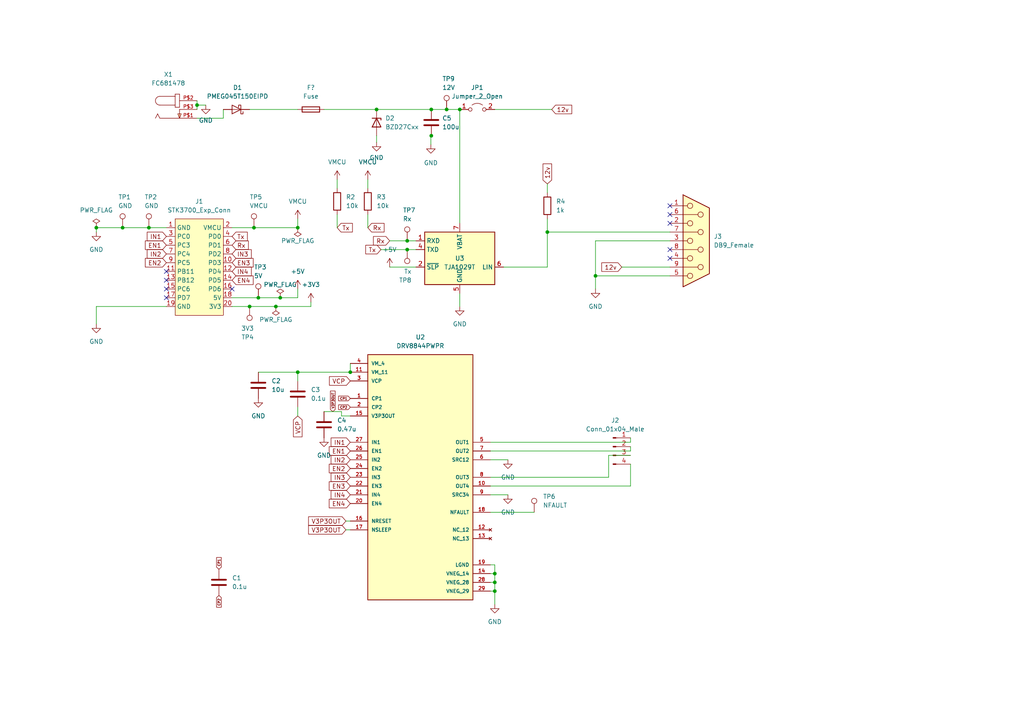
<source format=kicad_sch>
(kicad_sch (version 20211123) (generator eeschema)
  (paper "A4")
  (lib_symbols
    (symbol "Connector:Conn_01x04_Male" (pin_names (offset 1.016) hide)
      (property "Reference" "J" (at 0 5.08 0))
      (property "Value" "Conn_01x04_Male" (at 0 -7.62 0))
      (symbol "Conn_01x04_Male_1_1"
        (polyline (pts (xy 1.27 -5.08) (xy 0.8636 -5.08)) (stroke (width 0.1524)))
        (polyline (pts (xy 1.27 -2.54) (xy 0.8636 -2.54)) (stroke (width 0.1524)))
        (polyline (pts (xy 1.27 0) (xy 0.8636 0)) (stroke (width 0.1524)))
        (polyline (pts (xy 1.27 2.54) (xy 0.8636 2.54)) (stroke (width 0.1524)))
        (rectangle (start 0.8636 -4.953) (end 0 -5.207) (stroke (width 0.1524)) (fill (type outline)))
        (rectangle (start 0.8636 -2.413) (end 0 -2.667) (stroke (width 0.1524)) (fill (type outline)))
        (rectangle (start 0.8636 0.127) (end 0 -0.127) (stroke (width 0.1524)) (fill (type outline)))
        (rectangle (start 0.8636 2.667) (end 0 2.413) (stroke (width 0.1524)) (fill (type outline)))
        (pin passive line (at 5.08 2.54 180) (length 3.81) (name "Pin_1") (number "1"))
        (pin passive line (at 5.08 0 180) (length 3.81) (name "Pin_2") (number "2"))
        (pin passive line (at 5.08 -2.54 180) (length 3.81) (name "Pin_3") (number "3"))
        (pin passive line (at 5.08 -5.08 180) (length 3.81) (name "Pin_4") (number "4"))
      )
    )
    (symbol "Connector:DB9_Female" (pin_names (offset 1.016) hide)
      (property "Reference" "J" (at 0 13.97 0))
      (property "Value" "DB9_Female" (at 0 -14.605 0))
      (symbol "DB9_Female_0_1"
        (circle (center -1.778 -10.16) (radius 0.762))
        (circle (center -1.778 -5.08) (radius 0.762))
        (circle (center -1.778 0) (radius 0.762))
        (circle (center -1.778 5.08) (radius 0.762))
        (circle (center -1.778 10.16) (radius 0.762))
        (polyline (pts (xy -3.81 -10.16) (xy -2.54 -10.16)))
        (polyline (pts (xy -3.81 -7.62) (xy 0.508 -7.62)))
        (polyline (pts (xy -3.81 -5.08) (xy -2.54 -5.08)))
        (polyline (pts (xy -3.81 -2.54) (xy 0.508 -2.54)))
        (polyline (pts (xy -3.81 0) (xy -2.54 0)))
        (polyline (pts (xy -3.81 2.54) (xy 0.508 2.54)))
        (polyline (pts (xy -3.81 5.08) (xy -2.54 5.08)))
        (polyline (pts (xy -3.81 7.62) (xy 0.508 7.62)))
        (polyline (pts (xy -3.81 10.16) (xy -2.54 10.16)))
        (polyline (pts (xy -3.81 13.335) (xy -3.81 -13.335) (xy 3.81 -9.525) (xy 3.81 9.525) (xy -3.81 13.335)) (stroke (width 0.254)) (fill (type background)))
        (circle (center 1.27 -7.62) (radius 0.762))
        (circle (center 1.27 -2.54) (radius 0.762))
        (circle (center 1.27 2.54) (radius 0.762))
        (circle (center 1.27 7.62) (radius 0.762))
      )
      (symbol "DB9_Female_1_1"
        (pin passive line (at -7.62 10.16 0) (length 3.81) (name "1") (number "1"))
        (pin passive line (at -7.62 5.08 0) (length 3.81) (name "2") (number "2"))
        (pin passive line (at -7.62 0 0) (length 3.81) (name "3") (number "3"))
        (pin passive line (at -7.62 -5.08 0) (length 3.81) (name "4") (number "4"))
        (pin passive line (at -7.62 -10.16 0) (length 3.81) (name "5") (number "5"))
        (pin passive line (at -7.62 7.62 0) (length 3.81) (name "6") (number "6"))
        (pin passive line (at -7.62 2.54 0) (length 3.81) (name "7") (number "7"))
        (pin passive line (at -7.62 -2.54 0) (length 3.81) (name "8") (number "8"))
        (pin passive line (at -7.62 -7.62 0) (length 3.81) (name "9") (number "9"))
      )
    )
    (symbol "Connector:TestPoint" (pin_numbers hide) (pin_names (offset 0.762) hide)
      (property "Reference" "TP" (at 0 6.858 0))
      (property "Value" "TestPoint" (at 0 5.08 0))
      (symbol "TestPoint_0_1"
        (circle (center 0 3.302) (radius 0.762))
      )
      (symbol "TestPoint_1_1"
        (pin passive line (at 0 0 90) (length 2.54) (name "1") (number "1"))
      )
    )
    (symbol "DRV8844PWPR:DRV8844PWPR" (pin_names (offset 1.016))
      (property "Reference" "U" (at -15.24 35.56 0))
      (property "Value" "DRV8844PWPR" (at -15.24 -40.64 0))
      (symbol "DRV8844PWPR_0_0"
        (rectangle (start -15.24 -35.56) (end 15.24 35.56) (stroke (width 0.254)) (fill (type background)))
        (pin power_in line (at -20.32 22.86 0) (length 5.08) (name "CP1") (number "1"))
        (pin output line (at 20.32 -2.54 180) (length 5.08) (name "OUT4") (number "10"))
        (pin power_in line (at -20.32 30.48 0) (length 5.08) (name "VM_11") (number "11"))
        (pin no_connect line (at 20.32 -15.24 180) (length 5.08) (name "NC_12") (number "12"))
        (pin no_connect line (at 20.32 -17.78 180) (length 5.08) (name "NC_13") (number "13"))
        (pin power_in line (at 20.32 -27.94 180) (length 5.08) (name "VNEG_14") (number "14"))
        (pin power_in line (at -20.32 17.78 0) (length 5.08) (name "V3P3OUT") (number "15"))
        (pin input line (at -20.32 -12.7 0) (length 5.08) (name "NRESET") (number "16"))
        (pin input line (at -20.32 -15.24 0) (length 5.08) (name "NSLEEP") (number "17"))
        (pin output line (at 20.32 -10.16 180) (length 5.08) (name "NFAULT") (number "18"))
        (pin power_in line (at 20.32 -25.4 180) (length 5.08) (name "LGND") (number "19"))
        (pin power_in line (at -20.32 20.32 0) (length 5.08) (name "CP2") (number "2"))
        (pin input line (at -20.32 -7.62 0) (length 5.08) (name "EN4") (number "20"))
        (pin input line (at -20.32 -5.08 0) (length 5.08) (name "IN4") (number "21"))
        (pin input line (at -20.32 -2.54 0) (length 5.08) (name "EN3") (number "22"))
        (pin bidirectional line (at -20.32 0 0) (length 5.08) (name "IN3") (number "23"))
        (pin input line (at -20.32 2.54 0) (length 5.08) (name "EN2") (number "24"))
        (pin input line (at -20.32 5.08 0) (length 5.08) (name "IN2") (number "25"))
        (pin input line (at -20.32 7.62 0) (length 5.08) (name "EN1") (number "26"))
        (pin input line (at -20.32 10.16 0) (length 5.08) (name "IN1") (number "27"))
        (pin power_in line (at 20.32 -30.48 180) (length 5.08) (name "VNEG_28") (number "28"))
        (pin power_in line (at 20.32 -33.02 180) (length 5.08) (name "VNEG_29") (number "29"))
        (pin power_in line (at -20.32 27.94 0) (length 5.08) (name "VCP") (number "3"))
        (pin power_in line (at -20.32 33.02 0) (length 5.08) (name "VM_4") (number "4"))
        (pin output line (at 20.32 10.16 180) (length 5.08) (name "OUT1") (number "5"))
        (pin power_in line (at 20.32 5.08 180) (length 5.08) (name "SRC12") (number "6"))
        (pin output line (at 20.32 7.62 180) (length 5.08) (name "OUT2") (number "7"))
        (pin output line (at 20.32 0 180) (length 5.08) (name "OUT3") (number "8"))
        (pin power_in line (at 20.32 -5.08 180) (length 5.08) (name "SRC34") (number "9"))
      )
    )
    (symbol "Device:C" (pin_numbers hide) (pin_names (offset 0.254))
      (property "Reference" "C" (at 0.635 2.54 0))
      (property "Value" "C" (at 0.635 -2.54 0))
      (symbol "C_0_1"
        (polyline (pts (xy -2.032 -0.762) (xy 2.032 -0.762)) (stroke (width 0.508)))
        (polyline (pts (xy -2.032 0.762) (xy 2.032 0.762)) (stroke (width 0.508)))
      )
      (symbol "C_1_1"
        (pin passive line (at 0 3.81 270) (length 2.794) (name "~") (number "1"))
        (pin passive line (at 0 -3.81 90) (length 2.794) (name "~") (number "2"))
      )
    )
    (symbol "Device:Fuse" (pin_numbers hide) (pin_names (offset 0))
      (property "Reference" "F" (at 2.032 0 90))
      (property "Value" "Fuse" (at -1.905 0 90))
      (symbol "Fuse_0_1"
        (rectangle (start -0.762 -2.54) (end 0.762 2.54) (stroke (width 0.254)))
        (polyline (pts (xy 0 2.54) (xy 0 -2.54)))
      )
      (symbol "Fuse_1_1"
        (pin passive line (at 0 3.81 270) (length 1.27) (name "~") (number "1"))
        (pin passive line (at 0 -3.81 90) (length 1.27) (name "~") (number "2"))
      )
    )
    (symbol "Device:R" (pin_numbers hide) (pin_names (offset 0))
      (property "Reference" "R" (at 2.032 0 90))
      (property "Value" "R" (at 0 0 90))
      (symbol "R_0_1"
        (rectangle (start -1.016 -2.54) (end 1.016 2.54) (stroke (width 0.254)))
      )
      (symbol "R_1_1"
        (pin passive line (at 0 3.81 270) (length 1.27) (name "~") (number "1"))
        (pin passive line (at 0 -3.81 90) (length 1.27) (name "~") (number "2"))
      )
    )
    (symbol "Diode:BZD27Cxx" (pin_numbers hide) (pin_names hide)
      (property "Reference" "D" (at 0 2.54 0))
      (property "Value" "BZD27Cxx" (at 0 -2.54 0))
      (symbol "BZD27Cxx_0_1"
        (polyline (pts (xy 1.27 0) (xy -1.27 0)))
        (polyline (pts (xy -1.27 -1.27) (xy -1.27 1.27) (xy -0.762 1.27)) (stroke (width 0.254)))
        (polyline (pts (xy 1.27 -1.27) (xy 1.27 1.27) (xy -1.27 0) (xy 1.27 -1.27)) (stroke (width 0.254)))
      )
      (symbol "BZD27Cxx_1_1"
        (pin passive line (at -3.81 0 0) (length 2.54) (name "K") (number "1"))
        (pin passive line (at 3.81 0 180) (length 2.54) (name "A") (number "2"))
      )
    )
    (symbol "Diode:PMEG045T150EIPD" (pin_numbers hide) (pin_names hide)
      (property "Reference" "D" (at 0 2.54 0))
      (property "Value" "PMEG045T150EIPD" (at 0 -2.54 0))
      (symbol "PMEG045T150EIPD_0_1"
        (polyline (pts (xy 1.27 0) (xy -1.27 0)))
        (polyline (pts (xy 1.27 1.27) (xy 1.27 -1.27) (xy -1.27 0) (xy 1.27 1.27)) (stroke (width 0.2032)))
        (polyline (pts (xy -1.905 0.635) (xy -1.905 1.27) (xy -1.27 1.27) (xy -1.27 -1.27) (xy -0.635 -1.27) (xy -0.635 -0.635)) (stroke (width 0.2032)))
      )
      (symbol "PMEG045T150EIPD_1_1"
        (pin passive line (at 3.81 0 180) (length 2.54) (name "A") (number "1"))
        (pin passive line (at 3.81 0 180) (length 2.54) hide (name "A") (number "2"))
        (pin passive line (at -3.81 0 0) (length 2.54) (name "K") (number "3"))
      )
    )
    (symbol "FC681478:FC681478" (pin_names (offset 1.016) hide)
      (property "Reference" "X" (at -7.62 5.08 0))
      (property "Value" "FC681478" (at -7.62 -5.08 0))
      (symbol "FC681478_0_0"
        (arc (start -5.715 3.81) (mid -6.985 2.54) (end -5.715 1.27) (stroke (width 0.1524)))
        (polyline (pts (xy -6.35 -1.27) (xy -6.985 -2.54)) (stroke (width 0.1524)))
        (polyline (pts (xy -5.715 -2.54) (xy -6.35 -1.27)) (stroke (width 0.1524)))
        (polyline (pts (xy -5.715 3.81) (xy -1.27 3.81)) (stroke (width 0.1524)))
        (polyline (pts (xy -1.27 0.635) (xy 0 0.635)) (stroke (width 0.1524)))
        (polyline (pts (xy -1.27 1.27) (xy -5.715 1.27)) (stroke (width 0.1524)))
        (polyline (pts (xy -1.27 1.27) (xy -1.27 0.635)) (stroke (width 0.1524)))
        (polyline (pts (xy -1.27 3.81) (xy -1.27 1.27)) (stroke (width 0.1524)))
        (polyline (pts (xy -1.27 4.445) (xy -1.27 3.81)) (stroke (width 0.1524)))
        (polyline (pts (xy 0 -2.54) (xy -5.715 -2.54)) (stroke (width 0.1524)))
        (polyline (pts (xy 0 0) (xy 0 -2.54)) (stroke (width 0.1524)))
        (polyline (pts (xy 0 0.635) (xy 0 4.445)) (stroke (width 0.1524)))
        (polyline (pts (xy 0 4.445) (xy -1.27 4.445)) (stroke (width 0.1524)))
        (polyline (pts (xy 0 -2.54) (xy -0.508 -1.27) (xy 0.508 -1.27) (xy 0 -2.54)) (stroke (width 0.1524)) (fill (type background)))
        (pin passive line (at 5.08 -2.54 180) (length 5.08) (name "~") (number "P$1"))
        (pin passive line (at 5.08 2.54 180) (length 5.08) (name "~") (number "P$2"))
        (pin passive line (at 5.08 0 180) (length 5.08) (name "~") (number "P$3"))
      )
    )
    (symbol "Interface_CAN_LIN:TJA1029T"
      (property "Reference" "U" (at -10.16 8.89 0))
      (property "Value" "TJA1029T" (at 1.27 8.89 0))
      (symbol "TJA1029T_0_1"
        (rectangle (start -10.16 7.62) (end 10.16 -7.62) (stroke (width 0.254)) (fill (type background)))
      )
      (symbol "TJA1029T_1_1"
        (pin open_collector line (at -12.7 5.08 0) (length 2.54) (name "RXD") (number "1"))
        (pin input line (at -12.7 -2.54 0) (length 2.54) (name "~{SLP}") (number "2"))
        (pin no_connect line (at -10.16 -5.08 0) (length 2.54) hide (name "NC") (number "3"))
        (pin input line (at -12.7 2.54 0) (length 2.54) (name "TXD") (number "4"))
        (pin power_in line (at 0 -10.16 90) (length 2.54) (name "GND") (number "5"))
        (pin bidirectional line (at 12.7 -2.54 180) (length 2.54) (name "LIN") (number "6"))
        (pin power_in line (at 0 10.16 270) (length 2.54) (name "VBAT") (number "7"))
        (pin no_connect line (at 10.16 2.54 180) (length 2.54) hide (name "NC") (number "8"))
      )
    )
    (symbol "Jumper:Jumper_2_Open" (pin_names (offset 0) hide)
      (property "Reference" "JP" (at 0 2.794 0))
      (property "Value" "Jumper_2_Open" (at 0 -2.286 0))
      (symbol "Jumper_2_Open_0_0"
        (circle (center -2.032 0) (radius 0.508))
        (circle (center 2.032 0) (radius 0.508))
      )
      (symbol "Jumper_2_Open_0_1"
        (arc (start 1.524 1.27) (mid 0 1.778) (end -1.524 1.27))
      )
      (symbol "Jumper_2_Open_1_1"
        (pin passive line (at -5.08 0 0) (length 2.54) (name "A") (number "1"))
        (pin passive line (at 5.08 0 180) (length 2.54) (name "B") (number "2"))
      )
    )
    (symbol "STK3700_Expansion_board:STK3700_Exp_Conn"
      (property "Reference" "J" (at -6.35 13.97 0))
      (property "Value" "STK3700_Exp_Conn" (at 0 -16.51 0))
      (symbol "STK3700_Exp_Conn_0_1"
        (rectangle (start -6.35 12.7) (end 7.62 -15.24) (fill (type background)))
      )
      (symbol "STK3700_Exp_Conn_1_1"
        (pin passive line (at -8.89 10.16 0) (length 2.54) (name "GND") (number "1"))
        (pin passive line (at 10.16 0 180) (length 2.54) (name "PD3") (number "10"))
        (pin passive line (at -8.89 -2.54 0) (length 2.54) (name "PB11") (number "11"))
        (pin passive line (at 10.16 -2.54 180) (length 2.54) (name "PD4") (number "12"))
        (pin passive line (at -8.89 -5.08 0) (length 2.54) (name "PB12") (number "13"))
        (pin passive line (at 10.16 -5.08 180) (length 2.54) (name "PD5") (number "14"))
        (pin passive line (at -8.89 -7.62 0) (length 2.54) (name "PC6") (number "15"))
        (pin passive line (at 10.16 -7.62 180) (length 2.54) (name "PD6") (number "16"))
        (pin passive line (at -8.89 -10.16 0) (length 2.54) (name "PD7") (number "17"))
        (pin passive line (at 10.16 -10.16 180) (length 2.54) (name "5V") (number "18"))
        (pin passive line (at -8.89 -12.7 0) (length 2.54) (name "GND") (number "19"))
        (pin passive line (at 10.16 10.16 180) (length 2.54) (name "VMCU") (number "2"))
        (pin passive line (at 10.16 -12.7 180) (length 2.54) (name "3V3") (number "20"))
        (pin passive line (at -8.89 7.62 0) (length 2.54) (name "PC0") (number "3"))
        (pin passive line (at 10.16 7.62 180) (length 2.54) (name "PD0") (number "4"))
        (pin passive line (at -8.89 5.08 0) (length 2.54) (name "PC3") (number "5"))
        (pin passive line (at 10.16 5.08 180) (length 2.54) (name "PD1") (number "6"))
        (pin passive line (at -8.89 2.54 0) (length 2.54) (name "PC4") (number "7"))
        (pin passive line (at 10.16 2.54 180) (length 2.54) (name "PD2") (number "8"))
        (pin passive line (at -8.89 0 0) (length 2.54) (name "PC5") (number "9"))
      )
    )
    (symbol "STK3700_Expansion_board:VMCU" (power) (pin_names (offset 0))
      (property "Value" "VMCU" (at 0 3.556 0))
      (symbol "VMCU_0_1"
        (polyline (pts (xy -0.762 1.27) (xy 0 2.54)))
        (polyline (pts (xy 0 0) (xy 0 2.54)))
        (polyline (pts (xy 0 2.54) (xy 0.762 1.27)))
      )
      (symbol "VMCU_1_1"
        (pin power_in line (at 0 0 90) (length 0) hide (name "VMCU") (number "1"))
      )
    )
    (symbol "power:+3V3" (power) (pin_names (offset 0))
      (property "Value" "+3V3" (at 0 3.556 0))
      (symbol "+3V3_0_1"
        (polyline (pts (xy -0.762 1.27) (xy 0 2.54)))
        (polyline (pts (xy 0 0) (xy 0 2.54)))
        (polyline (pts (xy 0 2.54) (xy 0.762 1.27)))
      )
      (symbol "+3V3_1_1"
        (pin power_in line (at 0 0 90) (length 0) hide (name "+3V3") (number "1"))
      )
    )
    (symbol "power:+5V" (power) (pin_names (offset 0))
      (property "Value" "+5V" (at 0 3.556 0))
      (symbol "+5V_0_1"
        (polyline (pts (xy -0.762 1.27) (xy 0 2.54)))
        (polyline (pts (xy 0 0) (xy 0 2.54)))
        (polyline (pts (xy 0 2.54) (xy 0.762 1.27)))
      )
      (symbol "+5V_1_1"
        (pin power_in line (at 0 0 90) (length 0) hide (name "+5V") (number "1"))
      )
    )
    (symbol "power:GND" (power) (pin_names (offset 0))
      (property "Value" "GND" (at 0 -3.81 0))
      (symbol "GND_0_1"
        (polyline (pts (xy 0 0) (xy 0 -1.27) (xy 1.27 -1.27) (xy 0 -2.54) (xy -1.27 -1.27) (xy 0 -1.27)))
      )
      (symbol "GND_1_1"
        (pin power_in line (at 0 0 270) (length 0) hide (name "GND") (number "1"))
      )
    )
    (symbol "power:PWR_FLAG" (power) (pin_numbers hide) (pin_names (offset 0) hide)
      (property "Value" "PWR_FLAG" (at 0 3.81 0))
      (symbol "PWR_FLAG_0_0"
        (pin power_out line (at 0 0 90) (length 0) (name "pwr") (number "1"))
      )
      (symbol "PWR_FLAG_0_1"
        (polyline (pts (xy 0 0) (xy 0 1.27) (xy -1.016 1.905) (xy 0 2.54) (xy 1.016 1.905) (xy 0 1.27)))
      )
    )
  )
  (junction (at 158.75 67.31))
  (junction (at 129.54 31.75))
  (junction (at 143.51 171.45))
  (junction (at 35.56 66.04))
  (junction (at 101.6 107.95))
  (junction (at 57.15 30.48))
  (junction (at 43.18 66.04))
  (junction (at 118.11 72.39))
  (junction (at 73.66 66.04))
  (junction (at 81.28 86.36))
  (junction (at 80.01 88.9))
  (junction (at 125.095 39.37))
  (junction (at 172.72 80.01))
  (junction (at 27.94 66.04))
  (junction (at 72.39 88.9))
  (junction (at 133.35 31.75))
  (junction (at 86.36 107.95))
  (junction (at 125.095 31.75))
  (junction (at 74.93 86.36))
  (junction (at 143.51 168.91))
  (junction (at 86.36 66.04))
  (junction (at 118.11 69.85))
  (junction (at 143.51 166.37))
  (junction (at 109.22 31.75))
  (no_connect (at 48.26 86.36))
  (no_connect (at 48.26 81.28))
  (no_connect (at 48.26 83.82))
  (no_connect (at 48.26 78.74))
  (no_connect (at 194.31 72.39))
  (no_connect (at 194.31 62.23))
  (no_connect (at 194.31 64.77))
  (no_connect (at 194.31 59.69))
  (no_connect (at 194.31 74.93))
  (no_connect (at 67.31 83.82))
  (wire (pts (xy 93.98 119.38) (xy 99.06 119.38)))
  (wire (pts (xy 86.36 86.36) (xy 86.36 83.82)))
  (wire (pts (xy 143.51 168.91) (xy 143.51 171.45)))
  (wire (pts (xy 86.36 118.11) (xy 86.36 120.65)))
  (wire (pts (xy 57.15 34.29) (xy 64.77 34.29)))
  (wire (pts (xy 86.36 66.04) (xy 86.36 63.5)))
  (wire (pts (xy 133.35 85.09) (xy 133.35 88.9)))
  (wire (pts (xy 158.75 63.5) (xy 158.75 67.31)))
  (wire (pts (xy 74.93 107.95) (xy 86.36 107.95)))
  (wire (pts (xy 142.24 166.37) (xy 143.51 166.37)))
  (wire (pts (xy 142.24 163.83) (xy 143.51 163.83)))
  (wire (pts (xy 97.79 62.23) (xy 97.79 66.04)))
  (wire (pts (xy 80.01 88.9) (xy 90.17 88.9)))
  (wire (pts (xy 57.15 30.48) (xy 57.15 31.75)))
  (wire (pts (xy 147.32 143.51) (xy 142.24 143.51)))
  (wire (pts (xy 182.88 140.97) (xy 182.88 134.62)))
  (wire (pts (xy 146.05 77.47) (xy 158.75 77.47)))
  (wire (pts (xy 109.22 39.37) (xy 109.22 41.275)))
  (wire (pts (xy 72.39 88.9) (xy 80.01 88.9)))
  (wire (pts (xy 57.15 30.48) (xy 59.69 30.48)))
  (wire (pts (xy 172.72 69.85) (xy 172.72 80.01)))
  (wire (pts (xy 158.75 53.34) (xy 158.75 55.88)))
  (wire (pts (xy 43.18 66.04) (xy 48.26 66.04)))
  (wire (pts (xy 101.6 105.41) (xy 101.6 107.95)))
  (wire (pts (xy 113.03 77.47) (xy 120.65 77.47)))
  (wire (pts (xy 158.75 77.47) (xy 158.75 67.31)))
  (wire (pts (xy 35.56 66.04) (xy 43.18 66.04)))
  (wire (pts (xy 194.31 77.47) (xy 180.34 77.47)))
  (wire (pts (xy 72.39 31.75) (xy 86.36 31.75)))
  (wire (pts (xy 97.79 52.07) (xy 97.79 54.61)))
  (wire (pts (xy 27.94 66.04) (xy 35.56 66.04)))
  (wire (pts (xy 158.75 67.31) (xy 194.31 67.31)))
  (wire (pts (xy 90.17 88.9) (xy 90.17 87.63)))
  (wire (pts (xy 27.94 66.04) (xy 27.94 67.31)))
  (wire (pts (xy 73.66 66.04) (xy 86.36 66.04)))
  (wire (pts (xy 106.68 62.23) (xy 106.68 66.04)))
  (wire (pts (xy 106.68 52.07) (xy 106.68 54.61)))
  (wire (pts (xy 64.77 34.29) (xy 64.77 31.75)))
  (wire (pts (xy 182.88 130.81) (xy 182.88 129.54)))
  (wire (pts (xy 143.51 163.83) (xy 143.51 166.37)))
  (wire (pts (xy 142.24 148.59) (xy 154.94 148.59)))
  (wire (pts (xy 172.72 80.01) (xy 172.72 83.82)))
  (wire (pts (xy 142.24 138.43) (xy 176.53 138.43)))
  (wire (pts (xy 27.94 93.98) (xy 27.94 88.9)))
  (wire (pts (xy 129.54 31.75) (xy 133.35 31.75)))
  (wire (pts (xy 125.222 39.37) (xy 125.095 39.37)))
  (wire (pts (xy 133.35 31.75) (xy 133.35 64.77)))
  (wire (pts (xy 67.31 88.9) (xy 72.39 88.9)))
  (wire (pts (xy 57.15 29.21) (xy 57.15 30.48)))
  (wire (pts (xy 176.53 138.43) (xy 176.53 132.08)))
  (wire (pts (xy 143.51 166.37) (xy 143.51 168.91)))
  (wire (pts (xy 142.24 140.97) (xy 182.88 140.97)))
  (wire (pts (xy 142.24 168.91) (xy 143.51 168.91)))
  (wire (pts (xy 110.49 72.39) (xy 118.11 72.39)))
  (wire (pts (xy 27.94 88.9) (xy 48.26 88.9)))
  (wire (pts (xy 67.31 86.36) (xy 74.93 86.36)))
  (wire (pts (xy 143.51 31.75) (xy 160.02 31.75)))
  (wire (pts (xy 142.24 128.27) (xy 182.88 128.27)))
  (wire (pts (xy 125.095 39.37) (xy 124.968 39.37)))
  (wire (pts (xy 124.968 39.37) (xy 124.968 41.91)))
  (wire (pts (xy 142.24 171.45) (xy 143.51 171.45)))
  (wire (pts (xy 67.31 66.04) (xy 73.66 66.04)))
  (wire (pts (xy 93.98 31.75) (xy 109.22 31.75)))
  (wire (pts (xy 101.6 153.67) (xy 100.33 153.67)))
  (wire (pts (xy 86.36 107.95) (xy 101.6 107.95)))
  (wire (pts (xy 118.11 72.39) (xy 120.65 72.39)))
  (wire (pts (xy 118.11 69.85) (xy 120.65 69.85)))
  (wire (pts (xy 143.51 171.45) (xy 143.51 175.26)))
  (wire (pts (xy 142.24 130.81) (xy 182.88 130.81)))
  (wire (pts (xy 99.06 120.65) (xy 101.6 120.65)))
  (wire (pts (xy 101.6 151.13) (xy 100.33 151.13)))
  (wire (pts (xy 81.28 86.36) (xy 86.36 86.36)))
  (wire (pts (xy 182.88 128.27) (xy 182.88 127)))
  (wire (pts (xy 125.095 31.75) (xy 129.54 31.75)))
  (wire (pts (xy 113.03 69.85) (xy 118.11 69.85)))
  (wire (pts (xy 194.31 69.85) (xy 172.72 69.85)))
  (wire (pts (xy 99.06 119.38) (xy 99.06 120.65)))
  (wire (pts (xy 176.53 132.08) (xy 182.88 132.08)))
  (wire (pts (xy 86.36 107.95) (xy 86.36 110.49)))
  (wire (pts (xy 147.32 133.35) (xy 142.24 133.35)))
  (wire (pts (xy 109.22 31.75) (xy 125.095 31.75)))
  (wire (pts (xy 74.93 86.36) (xy 81.28 86.36)))
  (wire (pts (xy 172.72 80.01) (xy 194.31 80.01)))
  (global_label "EN1" (shape input) (at 48.26 71.12 180) (property "Intersheet References" "${INTERSHEET_REFS}" (effects hide)))
  (global_label "EN4" (shape input) (at 67.31 81.28 0) (property "Intersheet References" "${INTERSHEET_REFS}" (effects hide)))
  (global_label "IN4" (shape input) (at 101.6 143.51 180) (property "Intersheet References" "${INTERSHEET_REFS}" (effects hide)))
  (global_label "Tx" (shape input) (at 67.31 68.58 0) (property "Intersheet References" "${INTERSHEET_REFS}" (effects hide)))
  (global_label "12v" (shape input) (at 180.34 77.47 180) (property "Intersheet References" "${INTERSHEET_REFS}" (effects hide)))
  (global_label "CP1" (shape input) (at 101.6 115.57 180) (effects (font (size 0.7 0.7))) (property "Intersheet References" "${INTERSHEET_REFS}" (effects hide)))
  (global_label "EN3" (shape input) (at 67.31 76.2 0) (property "Intersheet References" "${INTERSHEET_REFS}" (effects hide)))
  (global_label "CP2" (shape input) (at 101.6 118.11 180) (effects (font (size 0.7 0.7))) (property "Intersheet References" "${INTERSHEET_REFS}" (effects hide)))
  (global_label "IN2" (shape input) (at 101.6 133.35 180) (property "Intersheet References" "${INTERSHEET_REFS}" (effects hide)))
  (global_label "V3P3OUT" (shape input) (at 100.33 153.67 180) (property "Intersheet References" "${INTERSHEET_REFS}" (effects hide)))
  (global_label "EN2" (shape input) (at 48.26 76.2 180) (property "Intersheet References" "${INTERSHEET_REFS}" (effects hide)))
  (global_label "EN2" (shape input) (at 101.6 135.89 180) (property "Intersheet References" "${INTERSHEET_REFS}" (effects hide)))
  (global_label "IN3" (shape input) (at 101.6 138.43 180) (property "Intersheet References" "${INTERSHEET_REFS}" (effects hide)))
  (global_label "V3P3OUT" (shape input) (at 96.52 119.38 90) (effects (font (size 0.7 0.7))) (property "Intersheet References" "${INTERSHEET_REFS}" (effects hide)))
  (global_label "VCP" (shape input) (at 101.6 110.49 180) (property "Intersheet References" "${INTERSHEET_REFS}" (effects hide)))
  (global_label "CP2" (shape input) (at 63.5 172.72 270) (effects (font (size 0.7 0.7))) (property "Intersheet References" "${INTERSHEET_REFS}" (effects hide)))
  (global_label "IN4" (shape input) (at 67.31 78.74 0) (property "Intersheet References" "${INTERSHEET_REFS}" (effects hide)))
  (global_label "IN2" (shape input) (at 48.26 73.66 180) (property "Intersheet References" "${INTERSHEET_REFS}" (effects hide)))
  (global_label "EN3" (shape input) (at 101.6 140.97 180) (property "Intersheet References" "${INTERSHEET_REFS}" (effects hide)))
  (global_label "IN1" (shape input) (at 48.26 68.58 180) (property "Intersheet References" "${INTERSHEET_REFS}" (effects hide)))
  (global_label "Rx" (shape input) (at 67.31 71.12 0) (property "Intersheet References" "${INTERSHEET_REFS}" (effects hide)))
  (global_label "12v" (shape input) (at 160.02 31.75 0) (property "Intersheet References" "${INTERSHEET_REFS}" (effects hide)))
  (global_label "12v" (shape input) (at 158.75 53.34 90) (property "Intersheet References" "${INTERSHEET_REFS}" (effects hide)))
  (global_label "EN4" (shape input) (at 101.6 146.05 180) (property "Intersheet References" "${INTERSHEET_REFS}" (effects hide)))
  (global_label "IN3" (shape input) (at 67.31 73.66 0) (property "Intersheet References" "${INTERSHEET_REFS}" (effects hide)))
  (global_label "Tx" (shape input) (at 110.49 72.39 180) (property "Intersheet References" "${INTERSHEET_REFS}" (effects hide)))
  (global_label "V3P3OUT" (shape input) (at 100.33 151.13 180) (property "Intersheet References" "${INTERSHEET_REFS}" (effects hide)))
  (global_label "Tx" (shape input) (at 97.79 66.04 0) (property "Intersheet References" "${INTERSHEET_REFS}" (effects hide)))
  (global_label "Rx" (shape input) (at 106.68 66.04 0) (property "Intersheet References" "${INTERSHEET_REFS}" (effects hide)))
  (global_label "VCP" (shape input) (at 86.36 120.65 270) (property "Intersheet References" "${INTERSHEET_REFS}" (effects hide)))
  (global_label "Rx" (shape input) (at 113.03 69.85 180) (property "Intersheet References" "${INTERSHEET_REFS}" (effects hide)))
  (global_label "IN1" (shape input) (at 101.6 128.27 180) (property "Intersheet References" "${INTERSHEET_REFS}" (effects hide)))
  (global_label "EN1" (shape input) (at 101.6 130.81 180) (property "Intersheet References" "${INTERSHEET_REFS}" (effects hide)))
  (global_label "CP1" (shape input) (at 63.5 165.1 90) (effects (font (size 0.7 0.7))) (property "Intersheet References" "${INTERSHEET_REFS}" (effects hide)))
  (symbol (lib_id "FC681478:FC681478") (at 52.07 31.75 0) (unit 1)
    (property "Reference" "X1" (at 48.8315 21.59 0))
    (property "Value" "FC681478" (at 48.8315 24.13 0))
    (property "Footprint" "Connector_BarrelJack:BarrelJack_Horizontal" (effects hide))
  )
  (symbol (lib_id "power:GND") (at 93.98 127 0) (unit 1)
    (property "Reference" "#PWR0115" (effects hide))
    (property "Value" "GND" (at 93.98 132.08 0))
  )
  (symbol (lib_id "Interface_CAN_LIN:TJA1029T") (at 133.35 74.93 0) (unit 1)
    (property "Reference" "U3" (at 133.35 74.93 0))
    (property "Value" "TJA1029T" (at 133.35 77.47 0))
    (property "Footprint" "Package_SO:SOIC-8_3.9x4.9mm_P1.27mm" (effects hide))
    (property "Datasheet" "http://www.nxp.com/documents/data_sheet/TJA1029.pdf" (effects hide))
  )
  (symbol (lib_id "Connector:TestPoint") (at 35.56 66.04 0) (unit 1)
    (property "Reference" "TP1" (at 34.29 57.15 0) (effects (justify left)))
    (property "Value" "GND" (at 34.29 59.69 0) (effects (justify left)))
    (property "Footprint" "TestPoint:TestPoint_THTPad_D2.0mm_Drill1.0mm" (effects hide))
  )
  (symbol (lib_id "power:PWR_FLAG") (at 27.94 66.04 0) (unit 1)
    (property "Reference" "#FLG0102" (effects hide))
    (property "Value" "PWR_FLAG" (at 27.94 60.96 0))
  )
  (symbol (lib_id "STK3700_Expansion_board:VMCU") (at 86.36 63.5 0) (unit 1)
    (property "Reference" "#PWR0109" (effects hide))
    (property "Value" "VMCU" (at 86.36 58.42 0))
  )
  (symbol (lib_id "power:GND") (at 147.32 143.51 0) (unit 1)
    (property "Reference" "#PWR0119" (effects hide))
    (property "Value" "GND" (at 147.32 148.59 0))
  )
  (symbol (lib_id "power:GND") (at 109.22 41.275 0) (unit 1)
    (property "Reference" "#PWR0105" (effects hide))
    (property "Value" "GND" (at 109.22 45.72 0))
  )
  (symbol (lib_id "Device:C") (at 125.095 35.56 0) (unit 1)
    (property "Reference" "C5" (at 128.27 34.2899 0) (effects (justify left)))
    (property "Value" "100u" (at 128.27 36.8299 0) (effects (justify left)))
    (property "Footprint" "Capacitor_SMD:CP_Elec_4x3.9" (effects hide))
  )
  (symbol (lib_id "Device:C") (at 74.93 111.76 0) (unit 1)
    (property "Reference" "C2" (at 78.74 110.4899 0) (effects (justify left)))
    (property "Value" "10u" (at 78.74 113.0299 0) (effects (justify left)))
    (property "Footprint" "Capacitor_SMD:C_0805_2012Metric_Pad1.18x1.45mm_HandSolder" (effects hide))
  )
  (symbol (lib_id "power:GND") (at 27.94 67.31 0) (unit 1)
    (property "Reference" "#PWR0110" (effects hide))
    (property "Value" "GND" (at 27.94 72.39 0))
  )
  (symbol (lib_id "power:GND") (at 74.93 115.57 0) (unit 1)
    (property "Reference" "#PWR0114" (effects hide))
    (property "Value" "GND" (at 74.93 120.65 0))
  )
  (symbol (lib_id "STK3700_Expansion_board:VMCU") (at 106.68 52.07 0) (unit 1)
    (property "Reference" "#PWR0108" (effects hide))
    (property "Value" "VMCU" (at 106.68 46.99 0))
  )
  (symbol (lib_id "Connector:TestPoint") (at 73.66 66.04 0) (unit 1)
    (property "Reference" "TP5" (at 72.39 57.15 0) (effects (justify left)))
    (property "Value" "VMCU" (at 72.39 59.69 0) (effects (justify left)))
    (property "Footprint" "TestPoint:TestPoint_THTPad_D1.5mm_Drill0.7mm" (effects hide))
  )
  (symbol (lib_id "Connector:DB9_Female") (at 201.93 69.85 0) (unit 1)
    (property "Reference" "J3" (at 207.01 68.5799 0) (effects (justify left)))
    (property "Value" "DB9_Female" (at 207.01 71.1199 0) (effects (justify left)))
    (property "Footprint" "Connector_Dsub:DSUB-9_Male_Horizontal_P2.77x2.84mm_EdgePinOffset4.94mm_Housed_MountingHolesOffset7.48mm" (effects hide))
    (property "Datasheet" " ~" (effects hide))
  )
  (symbol (lib_id "power:+3V3") (at 90.17 87.63 0) (unit 1)
    (property "Reference" "#PWR0113" (effects hide))
    (property "Value" "+3V3" (at 90.17 82.55 0))
  )
  (symbol (lib_id "Device:R") (at 158.75 59.69 0) (unit 1)
    (property "Reference" "R4" (at 161.29 58.4199 0) (effects (justify left)))
    (property "Value" "1k" (at 161.29 60.9599 0) (effects (justify left)))
    (property "Footprint" "Resistor_SMD:R_0805_2012Metric_Pad1.20x1.40mm_HandSolder" (effects hide))
  )
  (symbol (lib_id "Connector:TestPoint") (at 118.11 69.85 0) (unit 1)
    (property "Reference" "TP7" (at 116.84 60.96 0) (effects (justify left)))
    (property "Value" "Rx" (at 116.84 63.5 0) (effects (justify left)))
    (property "Footprint" "TestPoint:TestPoint_THTPad_D1.5mm_Drill0.7mm" (effects hide))
  )
  (symbol (lib_id "power:GND") (at 59.69 30.48 0) (unit 1)
    (property "Reference" "#PWR0104" (effects hide))
    (property "Value" "GND" (at 59.69 34.925 0))
  )
  (symbol (lib_id "Diode:BZD27Cxx") (at 109.22 35.56 270) (unit 1)
    (property "Reference" "D2" (at 111.76 34.2899 90) (effects (justify left)))
    (property "Value" "BZD27Cxx" (at 111.76 36.8299 90) (effects (justify left)))
    (property "Footprint" "Diode_SMD:D_SMF" (effects hide))
    (property "Datasheet" "https://www.vishay.com/docs/85153/bzd27series.pdf" (effects hide))
  )
  (symbol (lib_id "STK3700_Expansion_board:VMCU") (at 97.79 52.07 0) (unit 1)
    (property "Reference" "#PWR0107" (effects hide))
    (property "Value" "VMCU" (at 97.79 46.99 0))
  )
  (symbol (lib_id "Connector:TestPoint") (at 43.18 66.04 0) (unit 1)
    (property "Reference" "TP2" (at 41.91 57.15 0) (effects (justify left)))
    (property "Value" "GND" (at 41.91 59.69 0) (effects (justify left)))
    (property "Footprint" "TestPoint:TestPoint_THTPad_D2.0mm_Drill1.0mm" (effects hide))
  )
  (symbol (lib_id "Device:R") (at 97.79 58.42 0) (unit 1)
    (property "Reference" "R2" (at 100.33 57.1499 0) (effects (justify left)))
    (property "Value" "10k" (at 100.33 59.6899 0) (effects (justify left)))
    (property "Footprint" "Resistor_SMD:R_0805_2012Metric_Pad1.20x1.40mm_HandSolder" (effects hide))
  )
  (symbol (lib_id "Device:C") (at 63.5 168.91 0) (unit 1)
    (property "Reference" "C1" (at 67.31 167.6399 0) (effects (justify left)))
    (property "Value" "0.1u" (at 67.31 170.1799 0) (effects (justify left)))
    (property "Footprint" "Capacitor_SMD:C_0805_2012Metric_Pad1.18x1.45mm_HandSolder" (effects hide))
  )
  (symbol (lib_id "DRV8844PWPR:DRV8844PWPR") (at 121.92 138.43 0) (unit 1)
    (property "Reference" "U2" (at 121.92 97.79 0))
    (property "Value" "DRV8844PWPR" (at 121.92 100.33 0))
    (property "Footprint" "driver:IC_DRV8844PWPR" (effects hide))
    (property "PARTREV" "D" (effects hide))
    (property "MANUFACTURER" "Texas Instruments" (effects hide))
    (property "MAXIMUM_PACKAGE_HIEGHT" "1.2mm" (effects hide))
    (property "STANDARD" "IPC 7351B" (effects hide))
  )
  (symbol (lib_id "Connector:TestPoint") (at 154.94 148.59 0) (unit 1)
    (property "Reference" "TP6" (at 157.48 144.0179 0) (effects (justify left)))
    (property "Value" "NFAULT " (at 157.48 146.5579 0) (effects (justify left)))
    (property "Footprint" "TestPoint:TestPoint_THTPad_D1.5mm_Drill0.7mm" (effects hide))
  )
  (symbol (lib_id "power:GND") (at 133.35 88.9 0) (unit 1)
    (property "Reference" "#PWR0101" (effects hide))
    (property "Value" "GND" (at 133.35 93.98 0))
  )
  (symbol (lib_id "Device:C") (at 93.98 123.19 0) (unit 1)
    (property "Reference" "C4" (at 97.79 121.9199 0) (effects (justify left)))
    (property "Value" "0.47u" (at 97.79 124.4599 0) (effects (justify left)))
    (property "Footprint" "Capacitor_SMD:C_0805_2012Metric_Pad1.18x1.45mm_HandSolder" (effects hide))
  )
  (symbol (lib_id "Diode:PMEG045T150EIPD") (at 68.58 31.75 180) (unit 1)
    (property "Reference" "D1" (at 68.8975 25.4 0))
    (property "Value" "PMEG045T150EIPD" (at 68.8975 27.94 0))
    (property "Footprint" "Package_TO_SOT_SMD:Nexperia_CFP15_SOT-1289" (effects hide))
    (property "Datasheet" "https://assets.nexperia.com/documents/data-sheet/PMEG045T150EIPD.pdf" (effects hide))
  )
  (symbol (lib_id "power:+5V") (at 86.36 83.82 0) (unit 1)
    (property "Reference" "#PWR0112" (effects hide))
    (property "Value" "+5V" (at 86.36 78.74 0))
  )
  (symbol (lib_id "power:GND") (at 143.51 175.26 0) (unit 1)
    (property "Reference" "#PWR0117" (effects hide))
    (property "Value" "GND" (at 143.51 180.34 0))
  )
  (symbol (lib_id "Connector:TestPoint") (at 129.54 31.75 0) (unit 1)
    (property "Reference" "TP9" (at 128.27 22.86 0) (effects (justify left)))
    (property "Value" "12V" (at 128.27 25.4 0) (effects (justify left)))
    (property "Footprint" "TestPoint:TestPoint_THTPad_D1.5mm_Drill0.7mm" (effects hide))
  )
  (symbol (lib_id "power:GND") (at 172.72 83.82 0) (unit 1)
    (property "Reference" "#PWR0102" (effects hide))
    (property "Value" "GND" (at 172.72 88.9 0))
  )
  (symbol (lib_id "power:PWR_FLAG") (at 86.36 66.04 180) (unit 1)
    (property "Reference" "#FLG0101" (effects hide))
    (property "Value" "PWR_FLAG" (at 86.36 69.85 0))
  )
  (symbol (lib_id "Jumper:Jumper_2_Open") (at 138.43 31.75 0) (unit 1)
    (property "Reference" "JP1" (at 138.43 25.4 0))
    (property "Value" "Jumper_2_Open" (at 138.43 27.94 0))
    (property "Footprint" "Jumper:SolderJumper-2_P1.3mm_Bridged2Bar_Pad1.0x1.5mm" (effects hide))
  )
  (symbol (lib_id "Connector:TestPoint") (at 72.39 88.9 180) (unit 1)
    (property "Reference" "TP4" (at 73.66 97.79 0) (effects (justify left)))
    (property "Value" "3V3" (at 73.66 95.25 0) (effects (justify left)))
    (property "Footprint" "TestPoint:TestPoint_THTPad_D1.5mm_Drill0.7mm" (effects hide))
  )
  (symbol (lib_id "Connector:TestPoint") (at 74.93 86.36 0) (unit 1)
    (property "Reference" "TP3" (at 73.66 77.47 0) (effects (justify left)))
    (property "Value" "5V" (at 73.66 80.01 0) (effects (justify left)))
    (property "Footprint" "TestPoint:TestPoint_THTPad_D1.5mm_Drill0.7mm" (effects hide))
  )
  (symbol (lib_id "Connector:TestPoint") (at 118.11 72.39 180) (unit 1)
    (property "Reference" "TP8" (at 119.38 81.28 0) (effects (justify left)))
    (property "Value" "Tx" (at 119.38 78.74 0) (effects (justify left)))
    (property "Footprint" "TestPoint:TestPoint_THTPad_D1.5mm_Drill0.7mm" (effects hide))
  )
  (symbol (lib_id "Connector:Conn_01x04_Male") (at 177.8 129.54 0) (unit 1)
    (property "Reference" "J2" (at 178.435 121.92 0))
    (property "Value" "Conn_01x04_Male" (at 178.435 124.46 0))
    (property "Footprint" "Connector_PinHeader_2.54mm:PinHeader_1x04_P2.54mm_Vertical" (effects hide))
  )
  (symbol (lib_id "power:GND") (at 27.94 93.98 0) (unit 1)
    (property "Reference" "#PWR0111" (effects hide))
    (property "Value" "GND" (at 27.94 99.06 0))
  )
  (symbol (lib_id "power:PWR_FLAG") (at 80.01 88.9 180) (unit 1)
    (property "Reference" "#FLG0103" (effects hide))
    (property "Value" "PWR_FLAG" (at 80.01 92.71 0))
  )
  (symbol (lib_id "power:+5V") (at 113.03 77.47 0) (unit 1)
    (property "Reference" "#PWR0106" (effects hide))
    (property "Value" "+5V" (at 113.03 72.39 0))
  )
  (symbol (lib_id "Device:R") (at 106.68 58.42 0) (unit 1)
    (property "Reference" "R3" (at 109.22 57.1499 0) (effects (justify left)))
    (property "Value" "10k" (at 109.22 59.6899 0) (effects (justify left)))
    (property "Footprint" "Resistor_SMD:R_0805_2012Metric_Pad1.20x1.40mm_HandSolder" (effects hide))
  )
  (symbol (lib_id "Device:Fuse") (at 90.17 31.75 90) (unit 1)
    (property "Reference" "F?" (at 90.17 25.4 90))
    (property "Value" "Fuse" (at 90.17 27.94 90))
    (property "Footprint" "Fuse:Fuseholder_Cylinder-5x20mm_Schurter_0031_8201_Horizontal_Open" (effects hide))
  )
  (symbol (lib_id "STK3700_Expansion_board:STK3700_Exp_Conn") (at 57.15 76.2 0) (unit 1)
    (property "Reference" "J1" (at 57.785 58.42 0))
    (property "Value" "STK3700_Exp_Conn" (at 57.785 60.96 0))
    (property "Footprint" "STK3700_Expansion_board:PinSocket_2x10_P2.54mm_Horizontal_Reversed" (effects hide))
    (property "Datasheet" "https://www.silabs.com/documents/public/user-guides/efm32gg-stk3700-ug.pdf" (effects hide))
  )
  (symbol (lib_id "power:GND") (at 147.32 133.35 0) (unit 1)
    (property "Reference" "#PWR0118" (effects hide))
    (property "Value" "GND" (at 147.32 138.43 0))
  )
  (symbol (lib_id "Device:C") (at 86.36 114.3 0) (unit 1)
    (property "Reference" "C3" (at 90.17 113.0299 0) (effects (justify left)))
    (property "Value" "0.1u" (at 90.17 115.5699 0) (effects (justify left)))
    (property "Footprint" "Capacitor_SMD:C_0603_1608Metric_Pad1.08x0.95mm_HandSolder" (effects hide))
  )
  (symbol (lib_id "power:PWR_FLAG") (at 81.28 86.36 0) (unit 1)
    (property "Reference" "#FLG0104" (effects hide))
    (property "Value" "PWR_FLAG" (at 81.28 82.55 0))
  )
  (symbol (lib_id "power:GND") (at 124.968 41.91 0) (unit 1)
    (property "Reference" "#PWR0103" (effects hide))
    (property "Value" "GND" (at 124.968 47.244 0))
  )
)
</source>
